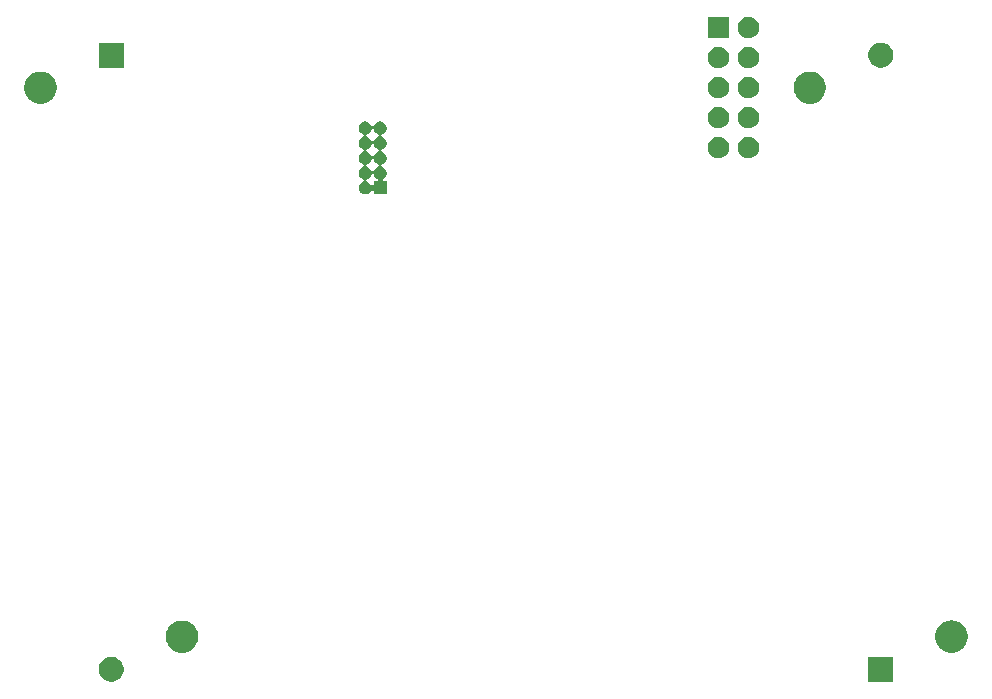
<source format=gbr>
G04 #@! TF.GenerationSoftware,KiCad,Pcbnew,(5.1.5)-3*
G04 #@! TF.CreationDate,2021-02-14T15:22:36-08:00*
G04 #@! TF.ProjectId,tree,74726565-2e6b-4696-9361-645f70636258,rev?*
G04 #@! TF.SameCoordinates,Original*
G04 #@! TF.FileFunction,Soldermask,Bot*
G04 #@! TF.FilePolarity,Negative*
%FSLAX46Y46*%
G04 Gerber Fmt 4.6, Leading zero omitted, Abs format (unit mm)*
G04 Created by KiCad (PCBNEW (5.1.5)-3) date 2021-02-14 15:22:36*
%MOMM*%
%LPD*%
G04 APERTURE LIST*
%ADD10C,0.100000*%
G04 APERTURE END LIST*
D10*
G36*
X159981564Y-125379389D02*
G01*
X160172833Y-125458615D01*
X160172835Y-125458616D01*
X160344973Y-125573635D01*
X160491365Y-125720027D01*
X160606385Y-125892167D01*
X160685611Y-126083436D01*
X160726000Y-126286484D01*
X160726000Y-126493516D01*
X160685611Y-126696564D01*
X160606385Y-126887833D01*
X160606384Y-126887835D01*
X160491365Y-127059973D01*
X160344973Y-127206365D01*
X160172835Y-127321384D01*
X160172834Y-127321385D01*
X160172833Y-127321385D01*
X159981564Y-127400611D01*
X159778516Y-127441000D01*
X159571484Y-127441000D01*
X159368436Y-127400611D01*
X159177167Y-127321385D01*
X159177166Y-127321385D01*
X159177165Y-127321384D01*
X159005027Y-127206365D01*
X158858635Y-127059973D01*
X158743616Y-126887835D01*
X158743615Y-126887833D01*
X158664389Y-126696564D01*
X158624000Y-126493516D01*
X158624000Y-126286484D01*
X158664389Y-126083436D01*
X158743615Y-125892167D01*
X158858635Y-125720027D01*
X159005027Y-125573635D01*
X159177165Y-125458616D01*
X159177167Y-125458615D01*
X159368436Y-125379389D01*
X159571484Y-125339000D01*
X159778516Y-125339000D01*
X159981564Y-125379389D01*
G37*
G36*
X225876000Y-127426000D02*
G01*
X223774000Y-127426000D01*
X223774000Y-125324000D01*
X225876000Y-125324000D01*
X225876000Y-127426000D01*
G37*
G36*
X165842724Y-122266497D02*
G01*
X166069906Y-122311686D01*
X166319412Y-122415035D01*
X166543962Y-122565075D01*
X166734925Y-122756038D01*
X166884965Y-122980588D01*
X166988314Y-123230094D01*
X167033503Y-123457276D01*
X167040006Y-123489968D01*
X167041000Y-123494968D01*
X167041000Y-123765032D01*
X166988314Y-124029906D01*
X166884965Y-124279412D01*
X166734925Y-124503962D01*
X166543962Y-124694925D01*
X166319412Y-124844965D01*
X166069906Y-124948314D01*
X165842724Y-124993503D01*
X165805033Y-125001000D01*
X165534967Y-125001000D01*
X165497276Y-124993503D01*
X165270094Y-124948314D01*
X165020588Y-124844965D01*
X164796038Y-124694925D01*
X164605075Y-124503962D01*
X164455035Y-124279412D01*
X164351686Y-124029906D01*
X164299000Y-123765032D01*
X164299000Y-123494968D01*
X164299995Y-123489968D01*
X164306497Y-123457276D01*
X164351686Y-123230094D01*
X164455035Y-122980588D01*
X164605075Y-122756038D01*
X164796038Y-122565075D01*
X165020588Y-122415035D01*
X165270094Y-122311686D01*
X165497276Y-122266497D01*
X165534967Y-122259000D01*
X165805033Y-122259000D01*
X165842724Y-122266497D01*
G37*
G36*
X230980169Y-122259000D02*
G01*
X231219906Y-122306686D01*
X231469412Y-122410035D01*
X231693962Y-122560075D01*
X231884925Y-122751038D01*
X232034965Y-122975588D01*
X232138314Y-123225094D01*
X232183503Y-123452276D01*
X232191000Y-123489967D01*
X232191000Y-123760033D01*
X232190005Y-123765033D01*
X232138314Y-124024906D01*
X232034965Y-124274412D01*
X231884925Y-124498962D01*
X231693962Y-124689925D01*
X231469412Y-124839965D01*
X231219906Y-124943314D01*
X230992724Y-124988503D01*
X230955033Y-124996000D01*
X230684967Y-124996000D01*
X230647276Y-124988503D01*
X230420094Y-124943314D01*
X230170588Y-124839965D01*
X229946038Y-124689925D01*
X229755075Y-124498962D01*
X229605035Y-124274412D01*
X229501686Y-124024906D01*
X229449995Y-123765033D01*
X229449000Y-123760033D01*
X229449000Y-123489967D01*
X229456497Y-123452276D01*
X229501686Y-123225094D01*
X229605035Y-122975588D01*
X229755075Y-122751038D01*
X229946038Y-122560075D01*
X230170588Y-122410035D01*
X230420094Y-122306686D01*
X230659831Y-122259000D01*
X230684967Y-122254000D01*
X230955033Y-122254000D01*
X230980169Y-122259000D01*
G37*
G36*
X181340721Y-80015174D02*
G01*
X181440995Y-80056709D01*
X181440996Y-80056710D01*
X181531242Y-80117010D01*
X181607990Y-80193758D01*
X181607991Y-80193760D01*
X181668291Y-80284005D01*
X181699516Y-80359389D01*
X181711067Y-80381000D01*
X181726612Y-80399941D01*
X181745554Y-80415487D01*
X181767165Y-80427038D01*
X181790614Y-80434151D01*
X181815000Y-80436553D01*
X181839386Y-80434151D01*
X181862835Y-80427038D01*
X181884446Y-80415487D01*
X181903387Y-80399942D01*
X181918933Y-80381000D01*
X181930484Y-80359389D01*
X181961709Y-80284005D01*
X182022009Y-80193760D01*
X182022010Y-80193758D01*
X182098758Y-80117010D01*
X182189004Y-80056710D01*
X182189005Y-80056709D01*
X182289279Y-80015174D01*
X182395730Y-79994000D01*
X182504270Y-79994000D01*
X182610721Y-80015174D01*
X182710995Y-80056709D01*
X182710996Y-80056710D01*
X182801242Y-80117010D01*
X182877990Y-80193758D01*
X182877991Y-80193760D01*
X182938291Y-80284005D01*
X182979826Y-80384279D01*
X183001000Y-80490730D01*
X183001000Y-80599270D01*
X182979826Y-80705721D01*
X182938291Y-80805995D01*
X182938290Y-80805996D01*
X182877990Y-80896242D01*
X182801242Y-80972990D01*
X182755812Y-81003345D01*
X182710995Y-81033291D01*
X182635611Y-81064516D01*
X182614000Y-81076067D01*
X182595059Y-81091612D01*
X182579513Y-81110554D01*
X182567962Y-81132165D01*
X182560849Y-81155614D01*
X182558447Y-81180000D01*
X182560849Y-81204386D01*
X182567962Y-81227835D01*
X182579513Y-81249446D01*
X182595058Y-81268387D01*
X182614000Y-81283933D01*
X182635611Y-81295484D01*
X182710995Y-81326709D01*
X182710996Y-81326710D01*
X182801242Y-81387010D01*
X182877990Y-81463758D01*
X182877991Y-81463760D01*
X182938291Y-81554005D01*
X182979826Y-81654279D01*
X183001000Y-81760730D01*
X183001000Y-81869270D01*
X182979826Y-81975721D01*
X182938291Y-82075995D01*
X182938290Y-82075996D01*
X182877990Y-82166242D01*
X182801242Y-82242990D01*
X182755812Y-82273345D01*
X182710995Y-82303291D01*
X182635611Y-82334516D01*
X182614000Y-82346067D01*
X182595059Y-82361612D01*
X182579513Y-82380554D01*
X182567962Y-82402165D01*
X182560849Y-82425614D01*
X182558447Y-82450000D01*
X182560849Y-82474386D01*
X182567962Y-82497835D01*
X182579513Y-82519446D01*
X182595058Y-82538387D01*
X182614000Y-82553933D01*
X182635611Y-82565484D01*
X182710995Y-82596709D01*
X182710996Y-82596710D01*
X182801242Y-82657010D01*
X182877990Y-82733758D01*
X182877991Y-82733760D01*
X182938291Y-82824005D01*
X182979826Y-82924279D01*
X183001000Y-83030730D01*
X183001000Y-83139270D01*
X182979826Y-83245721D01*
X182938291Y-83345995D01*
X182938290Y-83345996D01*
X182877990Y-83436242D01*
X182801242Y-83512990D01*
X182755812Y-83543345D01*
X182710995Y-83573291D01*
X182635611Y-83604516D01*
X182614000Y-83616067D01*
X182595059Y-83631612D01*
X182579513Y-83650554D01*
X182567962Y-83672165D01*
X182560849Y-83695614D01*
X182558447Y-83720000D01*
X182560849Y-83744386D01*
X182567962Y-83767835D01*
X182579513Y-83789446D01*
X182595058Y-83808387D01*
X182614000Y-83823933D01*
X182635611Y-83835484D01*
X182710995Y-83866709D01*
X182710996Y-83866710D01*
X182801242Y-83927010D01*
X182877990Y-84003758D01*
X182877991Y-84003760D01*
X182938291Y-84094005D01*
X182979826Y-84194279D01*
X183001000Y-84300730D01*
X183001000Y-84409270D01*
X182979826Y-84515721D01*
X182938291Y-84615995D01*
X182938290Y-84615996D01*
X182877990Y-84706242D01*
X182801242Y-84782990D01*
X182769816Y-84803988D01*
X182708336Y-84845068D01*
X182689394Y-84860614D01*
X182673849Y-84879556D01*
X182662298Y-84901167D01*
X182655185Y-84924615D01*
X182652783Y-84949002D01*
X182655185Y-84973388D01*
X182662298Y-84996837D01*
X182673849Y-85018447D01*
X182689395Y-85037389D01*
X182708337Y-85052934D01*
X182729948Y-85064485D01*
X182753396Y-85071598D01*
X182777782Y-85074000D01*
X183001000Y-85074000D01*
X183001000Y-86176000D01*
X181899000Y-86176000D01*
X181899000Y-85952782D01*
X181896598Y-85928396D01*
X181889485Y-85904947D01*
X181877934Y-85883336D01*
X181862389Y-85864394D01*
X181843447Y-85848849D01*
X181821836Y-85837298D01*
X181798387Y-85830185D01*
X181774001Y-85827783D01*
X181749615Y-85830185D01*
X181726166Y-85837298D01*
X181704555Y-85848849D01*
X181685613Y-85864394D01*
X181670068Y-85883336D01*
X181628988Y-85944816D01*
X181607990Y-85976242D01*
X181531242Y-86052990D01*
X181485812Y-86083345D01*
X181440995Y-86113291D01*
X181340721Y-86154826D01*
X181234270Y-86176000D01*
X181125730Y-86176000D01*
X181019279Y-86154826D01*
X180919005Y-86113291D01*
X180874188Y-86083345D01*
X180828758Y-86052990D01*
X180752010Y-85976242D01*
X180720041Y-85928396D01*
X180691709Y-85885995D01*
X180650174Y-85785721D01*
X180629000Y-85679270D01*
X180629000Y-85570730D01*
X180650174Y-85464279D01*
X180691709Y-85364005D01*
X180752009Y-85273760D01*
X180752010Y-85273758D01*
X180828758Y-85197010D01*
X180919004Y-85136710D01*
X180919005Y-85136709D01*
X180994389Y-85105484D01*
X181016000Y-85093933D01*
X181034941Y-85078388D01*
X181050487Y-85059446D01*
X181062038Y-85037835D01*
X181069151Y-85014386D01*
X181071553Y-84990000D01*
X181288447Y-84990000D01*
X181290849Y-85014386D01*
X181297962Y-85037835D01*
X181309513Y-85059446D01*
X181325058Y-85078387D01*
X181344000Y-85093933D01*
X181365611Y-85105484D01*
X181440995Y-85136709D01*
X181440996Y-85136710D01*
X181531242Y-85197010D01*
X181607990Y-85273758D01*
X181607991Y-85273760D01*
X181670068Y-85366664D01*
X181685614Y-85385606D01*
X181704556Y-85401151D01*
X181726167Y-85412702D01*
X181749615Y-85419815D01*
X181774002Y-85422217D01*
X181798388Y-85419815D01*
X181821837Y-85412702D01*
X181843447Y-85401151D01*
X181862389Y-85385605D01*
X181877934Y-85366663D01*
X181889485Y-85345052D01*
X181896598Y-85321604D01*
X181899000Y-85297218D01*
X181899000Y-85074000D01*
X182122218Y-85074000D01*
X182146604Y-85071598D01*
X182170053Y-85064485D01*
X182191664Y-85052934D01*
X182210606Y-85037389D01*
X182226151Y-85018447D01*
X182237702Y-84996836D01*
X182244815Y-84973387D01*
X182247217Y-84949001D01*
X182244815Y-84924615D01*
X182237702Y-84901166D01*
X182226151Y-84879555D01*
X182210606Y-84860613D01*
X182191664Y-84845068D01*
X182130184Y-84803988D01*
X182098758Y-84782990D01*
X182022010Y-84706242D01*
X181961710Y-84615996D01*
X181961709Y-84615995D01*
X181930484Y-84540611D01*
X181918933Y-84519000D01*
X181903388Y-84500059D01*
X181884446Y-84484513D01*
X181862835Y-84472962D01*
X181839386Y-84465849D01*
X181815000Y-84463447D01*
X181790614Y-84465849D01*
X181767165Y-84472962D01*
X181745554Y-84484513D01*
X181726613Y-84500058D01*
X181711067Y-84519000D01*
X181699516Y-84540611D01*
X181668291Y-84615995D01*
X181668290Y-84615996D01*
X181607990Y-84706242D01*
X181531242Y-84782990D01*
X181485812Y-84813345D01*
X181440995Y-84843291D01*
X181365611Y-84874516D01*
X181344000Y-84886067D01*
X181325059Y-84901612D01*
X181309513Y-84920554D01*
X181297962Y-84942165D01*
X181290849Y-84965614D01*
X181288447Y-84990000D01*
X181071553Y-84990000D01*
X181069151Y-84965614D01*
X181062038Y-84942165D01*
X181050487Y-84920554D01*
X181034942Y-84901613D01*
X181016000Y-84886067D01*
X180994389Y-84874516D01*
X180919005Y-84843291D01*
X180874188Y-84813345D01*
X180828758Y-84782990D01*
X180752010Y-84706242D01*
X180691710Y-84615996D01*
X180691709Y-84615995D01*
X180650174Y-84515721D01*
X180629000Y-84409270D01*
X180629000Y-84300730D01*
X180650174Y-84194279D01*
X180691709Y-84094005D01*
X180752009Y-84003760D01*
X180752010Y-84003758D01*
X180828758Y-83927010D01*
X180919004Y-83866710D01*
X180919005Y-83866709D01*
X180994389Y-83835484D01*
X181016000Y-83823933D01*
X181034941Y-83808388D01*
X181050487Y-83789446D01*
X181062038Y-83767835D01*
X181069151Y-83744386D01*
X181071553Y-83720000D01*
X181288447Y-83720000D01*
X181290849Y-83744386D01*
X181297962Y-83767835D01*
X181309513Y-83789446D01*
X181325058Y-83808387D01*
X181344000Y-83823933D01*
X181365611Y-83835484D01*
X181440995Y-83866709D01*
X181440996Y-83866710D01*
X181531242Y-83927010D01*
X181607990Y-84003758D01*
X181607991Y-84003760D01*
X181668291Y-84094005D01*
X181699516Y-84169389D01*
X181711067Y-84191000D01*
X181726612Y-84209941D01*
X181745554Y-84225487D01*
X181767165Y-84237038D01*
X181790614Y-84244151D01*
X181815000Y-84246553D01*
X181839386Y-84244151D01*
X181862835Y-84237038D01*
X181884446Y-84225487D01*
X181903387Y-84209942D01*
X181918933Y-84191000D01*
X181930484Y-84169389D01*
X181961709Y-84094005D01*
X182022009Y-84003760D01*
X182022010Y-84003758D01*
X182098758Y-83927010D01*
X182189004Y-83866710D01*
X182189005Y-83866709D01*
X182264389Y-83835484D01*
X182286000Y-83823933D01*
X182304941Y-83808388D01*
X182320487Y-83789446D01*
X182332038Y-83767835D01*
X182339151Y-83744386D01*
X182341553Y-83720000D01*
X182339151Y-83695614D01*
X182332038Y-83672165D01*
X182320487Y-83650554D01*
X182304942Y-83631613D01*
X182286000Y-83616067D01*
X182264389Y-83604516D01*
X182189005Y-83573291D01*
X182144188Y-83543345D01*
X182098758Y-83512990D01*
X182022010Y-83436242D01*
X181961710Y-83345996D01*
X181961709Y-83345995D01*
X181930484Y-83270611D01*
X181918933Y-83249000D01*
X181903388Y-83230059D01*
X181884446Y-83214513D01*
X181862835Y-83202962D01*
X181839386Y-83195849D01*
X181815000Y-83193447D01*
X181790614Y-83195849D01*
X181767165Y-83202962D01*
X181745554Y-83214513D01*
X181726613Y-83230058D01*
X181711067Y-83249000D01*
X181699516Y-83270611D01*
X181668291Y-83345995D01*
X181668290Y-83345996D01*
X181607990Y-83436242D01*
X181531242Y-83512990D01*
X181485812Y-83543345D01*
X181440995Y-83573291D01*
X181365611Y-83604516D01*
X181344000Y-83616067D01*
X181325059Y-83631612D01*
X181309513Y-83650554D01*
X181297962Y-83672165D01*
X181290849Y-83695614D01*
X181288447Y-83720000D01*
X181071553Y-83720000D01*
X181069151Y-83695614D01*
X181062038Y-83672165D01*
X181050487Y-83650554D01*
X181034942Y-83631613D01*
X181016000Y-83616067D01*
X180994389Y-83604516D01*
X180919005Y-83573291D01*
X180874188Y-83543345D01*
X180828758Y-83512990D01*
X180752010Y-83436242D01*
X180691710Y-83345996D01*
X180691709Y-83345995D01*
X180650174Y-83245721D01*
X180629000Y-83139270D01*
X180629000Y-83030730D01*
X180650174Y-82924279D01*
X180691709Y-82824005D01*
X180752009Y-82733760D01*
X180752010Y-82733758D01*
X180828758Y-82657010D01*
X180919004Y-82596710D01*
X180919005Y-82596709D01*
X180994389Y-82565484D01*
X181016000Y-82553933D01*
X181034941Y-82538388D01*
X181050487Y-82519446D01*
X181062038Y-82497835D01*
X181069151Y-82474386D01*
X181071553Y-82450000D01*
X181288447Y-82450000D01*
X181290849Y-82474386D01*
X181297962Y-82497835D01*
X181309513Y-82519446D01*
X181325058Y-82538387D01*
X181344000Y-82553933D01*
X181365611Y-82565484D01*
X181440995Y-82596709D01*
X181440996Y-82596710D01*
X181531242Y-82657010D01*
X181607990Y-82733758D01*
X181607991Y-82733760D01*
X181668291Y-82824005D01*
X181699516Y-82899389D01*
X181711067Y-82921000D01*
X181726612Y-82939941D01*
X181745554Y-82955487D01*
X181767165Y-82967038D01*
X181790614Y-82974151D01*
X181815000Y-82976553D01*
X181839386Y-82974151D01*
X181862835Y-82967038D01*
X181884446Y-82955487D01*
X181903387Y-82939942D01*
X181918933Y-82921000D01*
X181930484Y-82899389D01*
X181961709Y-82824005D01*
X182022009Y-82733760D01*
X182022010Y-82733758D01*
X182098758Y-82657010D01*
X182189004Y-82596710D01*
X182189005Y-82596709D01*
X182264389Y-82565484D01*
X182286000Y-82553933D01*
X182304941Y-82538388D01*
X182320487Y-82519446D01*
X182332038Y-82497835D01*
X182339151Y-82474386D01*
X182341553Y-82450000D01*
X182339151Y-82425614D01*
X182332038Y-82402165D01*
X182320487Y-82380554D01*
X182304942Y-82361613D01*
X182286000Y-82346067D01*
X182264389Y-82334516D01*
X182189005Y-82303291D01*
X182144188Y-82273345D01*
X182098758Y-82242990D01*
X182022010Y-82166242D01*
X181961710Y-82075996D01*
X181961709Y-82075995D01*
X181930484Y-82000611D01*
X181918933Y-81979000D01*
X181903388Y-81960059D01*
X181884446Y-81944513D01*
X181862835Y-81932962D01*
X181839386Y-81925849D01*
X181815000Y-81923447D01*
X181790614Y-81925849D01*
X181767165Y-81932962D01*
X181745554Y-81944513D01*
X181726613Y-81960058D01*
X181711067Y-81979000D01*
X181699516Y-82000611D01*
X181668291Y-82075995D01*
X181668290Y-82075996D01*
X181607990Y-82166242D01*
X181531242Y-82242990D01*
X181485812Y-82273345D01*
X181440995Y-82303291D01*
X181365611Y-82334516D01*
X181344000Y-82346067D01*
X181325059Y-82361612D01*
X181309513Y-82380554D01*
X181297962Y-82402165D01*
X181290849Y-82425614D01*
X181288447Y-82450000D01*
X181071553Y-82450000D01*
X181069151Y-82425614D01*
X181062038Y-82402165D01*
X181050487Y-82380554D01*
X181034942Y-82361613D01*
X181016000Y-82346067D01*
X180994389Y-82334516D01*
X180919005Y-82303291D01*
X180874188Y-82273345D01*
X180828758Y-82242990D01*
X180752010Y-82166242D01*
X180691710Y-82075996D01*
X180691709Y-82075995D01*
X180650174Y-81975721D01*
X180629000Y-81869270D01*
X180629000Y-81760730D01*
X180650174Y-81654279D01*
X180691709Y-81554005D01*
X180752009Y-81463760D01*
X180752010Y-81463758D01*
X180828758Y-81387010D01*
X180919004Y-81326710D01*
X180919005Y-81326709D01*
X180994389Y-81295484D01*
X181016000Y-81283933D01*
X181034941Y-81268388D01*
X181050487Y-81249446D01*
X181062038Y-81227835D01*
X181069151Y-81204386D01*
X181071553Y-81180000D01*
X181288447Y-81180000D01*
X181290849Y-81204386D01*
X181297962Y-81227835D01*
X181309513Y-81249446D01*
X181325058Y-81268387D01*
X181344000Y-81283933D01*
X181365611Y-81295484D01*
X181440995Y-81326709D01*
X181440996Y-81326710D01*
X181531242Y-81387010D01*
X181607990Y-81463758D01*
X181607991Y-81463760D01*
X181668291Y-81554005D01*
X181699516Y-81629389D01*
X181711067Y-81651000D01*
X181726612Y-81669941D01*
X181745554Y-81685487D01*
X181767165Y-81697038D01*
X181790614Y-81704151D01*
X181815000Y-81706553D01*
X181839386Y-81704151D01*
X181862835Y-81697038D01*
X181884446Y-81685487D01*
X181903387Y-81669942D01*
X181918933Y-81651000D01*
X181930484Y-81629389D01*
X181961709Y-81554005D01*
X182022009Y-81463760D01*
X182022010Y-81463758D01*
X182098758Y-81387010D01*
X182189004Y-81326710D01*
X182189005Y-81326709D01*
X182264389Y-81295484D01*
X182286000Y-81283933D01*
X182304941Y-81268388D01*
X182320487Y-81249446D01*
X182332038Y-81227835D01*
X182339151Y-81204386D01*
X182341553Y-81180000D01*
X182339151Y-81155614D01*
X182332038Y-81132165D01*
X182320487Y-81110554D01*
X182304942Y-81091613D01*
X182286000Y-81076067D01*
X182264389Y-81064516D01*
X182189005Y-81033291D01*
X182144188Y-81003345D01*
X182098758Y-80972990D01*
X182022010Y-80896242D01*
X181961710Y-80805996D01*
X181961709Y-80805995D01*
X181930484Y-80730611D01*
X181918933Y-80709000D01*
X181903388Y-80690059D01*
X181884446Y-80674513D01*
X181862835Y-80662962D01*
X181839386Y-80655849D01*
X181815000Y-80653447D01*
X181790614Y-80655849D01*
X181767165Y-80662962D01*
X181745554Y-80674513D01*
X181726613Y-80690058D01*
X181711067Y-80709000D01*
X181699516Y-80730611D01*
X181668291Y-80805995D01*
X181668290Y-80805996D01*
X181607990Y-80896242D01*
X181531242Y-80972990D01*
X181485812Y-81003345D01*
X181440995Y-81033291D01*
X181365611Y-81064516D01*
X181344000Y-81076067D01*
X181325059Y-81091612D01*
X181309513Y-81110554D01*
X181297962Y-81132165D01*
X181290849Y-81155614D01*
X181288447Y-81180000D01*
X181071553Y-81180000D01*
X181069151Y-81155614D01*
X181062038Y-81132165D01*
X181050487Y-81110554D01*
X181034942Y-81091613D01*
X181016000Y-81076067D01*
X180994389Y-81064516D01*
X180919005Y-81033291D01*
X180874188Y-81003345D01*
X180828758Y-80972990D01*
X180752010Y-80896242D01*
X180691710Y-80805996D01*
X180691709Y-80805995D01*
X180650174Y-80705721D01*
X180629000Y-80599270D01*
X180629000Y-80490730D01*
X180650174Y-80384279D01*
X180691709Y-80284005D01*
X180752009Y-80193760D01*
X180752010Y-80193758D01*
X180828758Y-80117010D01*
X180919004Y-80056710D01*
X180919005Y-80056709D01*
X181019279Y-80015174D01*
X181125730Y-79994000D01*
X181234270Y-79994000D01*
X181340721Y-80015174D01*
G37*
G36*
X211188512Y-81313927D02*
G01*
X211337812Y-81343624D01*
X211501784Y-81411544D01*
X211649354Y-81510147D01*
X211774853Y-81635646D01*
X211873456Y-81783216D01*
X211941376Y-81947188D01*
X211976000Y-82121259D01*
X211976000Y-82298741D01*
X211941376Y-82472812D01*
X211873456Y-82636784D01*
X211774853Y-82784354D01*
X211649354Y-82909853D01*
X211501784Y-83008456D01*
X211337812Y-83076376D01*
X211188512Y-83106073D01*
X211163742Y-83111000D01*
X210986258Y-83111000D01*
X210961488Y-83106073D01*
X210812188Y-83076376D01*
X210648216Y-83008456D01*
X210500646Y-82909853D01*
X210375147Y-82784354D01*
X210276544Y-82636784D01*
X210208624Y-82472812D01*
X210174000Y-82298741D01*
X210174000Y-82121259D01*
X210208624Y-81947188D01*
X210276544Y-81783216D01*
X210375147Y-81635646D01*
X210500646Y-81510147D01*
X210648216Y-81411544D01*
X210812188Y-81343624D01*
X210961488Y-81313927D01*
X210986258Y-81309000D01*
X211163742Y-81309000D01*
X211188512Y-81313927D01*
G37*
G36*
X213728512Y-81313927D02*
G01*
X213877812Y-81343624D01*
X214041784Y-81411544D01*
X214189354Y-81510147D01*
X214314853Y-81635646D01*
X214413456Y-81783216D01*
X214481376Y-81947188D01*
X214516000Y-82121259D01*
X214516000Y-82298741D01*
X214481376Y-82472812D01*
X214413456Y-82636784D01*
X214314853Y-82784354D01*
X214189354Y-82909853D01*
X214041784Y-83008456D01*
X213877812Y-83076376D01*
X213728512Y-83106073D01*
X213703742Y-83111000D01*
X213526258Y-83111000D01*
X213501488Y-83106073D01*
X213352188Y-83076376D01*
X213188216Y-83008456D01*
X213040646Y-82909853D01*
X212915147Y-82784354D01*
X212816544Y-82636784D01*
X212748624Y-82472812D01*
X212714000Y-82298741D01*
X212714000Y-82121259D01*
X212748624Y-81947188D01*
X212816544Y-81783216D01*
X212915147Y-81635646D01*
X213040646Y-81510147D01*
X213188216Y-81411544D01*
X213352188Y-81343624D01*
X213501488Y-81313927D01*
X213526258Y-81309000D01*
X213703742Y-81309000D01*
X213728512Y-81313927D01*
G37*
G36*
X213728512Y-78773927D02*
G01*
X213877812Y-78803624D01*
X214041784Y-78871544D01*
X214189354Y-78970147D01*
X214314853Y-79095646D01*
X214413456Y-79243216D01*
X214481376Y-79407188D01*
X214516000Y-79581259D01*
X214516000Y-79758741D01*
X214481376Y-79932812D01*
X214413456Y-80096784D01*
X214314853Y-80244354D01*
X214189354Y-80369853D01*
X214041784Y-80468456D01*
X213877812Y-80536376D01*
X213728512Y-80566073D01*
X213703742Y-80571000D01*
X213526258Y-80571000D01*
X213501488Y-80566073D01*
X213352188Y-80536376D01*
X213188216Y-80468456D01*
X213040646Y-80369853D01*
X212915147Y-80244354D01*
X212816544Y-80096784D01*
X212748624Y-79932812D01*
X212714000Y-79758741D01*
X212714000Y-79581259D01*
X212748624Y-79407188D01*
X212816544Y-79243216D01*
X212915147Y-79095646D01*
X213040646Y-78970147D01*
X213188216Y-78871544D01*
X213352188Y-78803624D01*
X213501488Y-78773927D01*
X213526258Y-78769000D01*
X213703742Y-78769000D01*
X213728512Y-78773927D01*
G37*
G36*
X211188512Y-78773927D02*
G01*
X211337812Y-78803624D01*
X211501784Y-78871544D01*
X211649354Y-78970147D01*
X211774853Y-79095646D01*
X211873456Y-79243216D01*
X211941376Y-79407188D01*
X211976000Y-79581259D01*
X211976000Y-79758741D01*
X211941376Y-79932812D01*
X211873456Y-80096784D01*
X211774853Y-80244354D01*
X211649354Y-80369853D01*
X211501784Y-80468456D01*
X211337812Y-80536376D01*
X211188512Y-80566073D01*
X211163742Y-80571000D01*
X210986258Y-80571000D01*
X210961488Y-80566073D01*
X210812188Y-80536376D01*
X210648216Y-80468456D01*
X210500646Y-80369853D01*
X210375147Y-80244354D01*
X210276544Y-80096784D01*
X210208624Y-79932812D01*
X210174000Y-79758741D01*
X210174000Y-79581259D01*
X210208624Y-79407188D01*
X210276544Y-79243216D01*
X210375147Y-79095646D01*
X210500646Y-78970147D01*
X210648216Y-78871544D01*
X210812188Y-78803624D01*
X210961488Y-78773927D01*
X210986258Y-78769000D01*
X211163742Y-78769000D01*
X211188512Y-78773927D01*
G37*
G36*
X153852724Y-75786497D02*
G01*
X154079906Y-75831686D01*
X154329412Y-75935035D01*
X154553962Y-76085075D01*
X154744925Y-76276038D01*
X154894965Y-76500588D01*
X154998314Y-76750094D01*
X155021605Y-76867188D01*
X155050006Y-77009968D01*
X155051000Y-77014968D01*
X155051000Y-77285032D01*
X154998314Y-77549906D01*
X154894965Y-77799412D01*
X154744925Y-78023962D01*
X154553962Y-78214925D01*
X154329412Y-78364965D01*
X154079906Y-78468314D01*
X153852724Y-78513503D01*
X153815033Y-78521000D01*
X153544967Y-78521000D01*
X153507276Y-78513503D01*
X153280094Y-78468314D01*
X153030588Y-78364965D01*
X152806038Y-78214925D01*
X152615075Y-78023962D01*
X152465035Y-77799412D01*
X152361686Y-77549906D01*
X152309000Y-77285032D01*
X152309000Y-77014968D01*
X152309995Y-77009968D01*
X152338395Y-76867188D01*
X152361686Y-76750094D01*
X152465035Y-76500588D01*
X152615075Y-76276038D01*
X152806038Y-76085075D01*
X153030588Y-75935035D01*
X153280094Y-75831686D01*
X153507276Y-75786497D01*
X153544967Y-75779000D01*
X153815033Y-75779000D01*
X153852724Y-75786497D01*
G37*
G36*
X218990169Y-75779000D02*
G01*
X219229906Y-75826686D01*
X219479412Y-75930035D01*
X219703962Y-76080075D01*
X219894925Y-76271038D01*
X220044965Y-76495588D01*
X220148314Y-76745094D01*
X220193503Y-76972276D01*
X220201000Y-77009967D01*
X220201000Y-77280033D01*
X220200005Y-77285033D01*
X220148314Y-77544906D01*
X220044965Y-77794412D01*
X219894925Y-78018962D01*
X219703962Y-78209925D01*
X219479412Y-78359965D01*
X219229906Y-78463314D01*
X219002724Y-78508503D01*
X218965033Y-78516000D01*
X218694967Y-78516000D01*
X218657276Y-78508503D01*
X218430094Y-78463314D01*
X218180588Y-78359965D01*
X217956038Y-78209925D01*
X217765075Y-78018962D01*
X217615035Y-77794412D01*
X217511686Y-77544906D01*
X217459995Y-77285033D01*
X217459000Y-77280033D01*
X217459000Y-77009967D01*
X217466497Y-76972276D01*
X217511686Y-76745094D01*
X217615035Y-76495588D01*
X217765075Y-76271038D01*
X217956038Y-76080075D01*
X218180588Y-75930035D01*
X218430094Y-75826686D01*
X218669831Y-75779000D01*
X218694967Y-75774000D01*
X218965033Y-75774000D01*
X218990169Y-75779000D01*
G37*
G36*
X213728512Y-76233927D02*
G01*
X213877812Y-76263624D01*
X214041784Y-76331544D01*
X214189354Y-76430147D01*
X214314853Y-76555646D01*
X214413456Y-76703216D01*
X214481376Y-76867188D01*
X214516000Y-77041259D01*
X214516000Y-77218741D01*
X214481376Y-77392812D01*
X214413456Y-77556784D01*
X214314853Y-77704354D01*
X214189354Y-77829853D01*
X214041784Y-77928456D01*
X213877812Y-77996376D01*
X213739139Y-78023959D01*
X213703742Y-78031000D01*
X213526258Y-78031000D01*
X213490861Y-78023959D01*
X213352188Y-77996376D01*
X213188216Y-77928456D01*
X213040646Y-77829853D01*
X212915147Y-77704354D01*
X212816544Y-77556784D01*
X212748624Y-77392812D01*
X212714000Y-77218741D01*
X212714000Y-77041259D01*
X212748624Y-76867188D01*
X212816544Y-76703216D01*
X212915147Y-76555646D01*
X213040646Y-76430147D01*
X213188216Y-76331544D01*
X213352188Y-76263624D01*
X213501488Y-76233927D01*
X213526258Y-76229000D01*
X213703742Y-76229000D01*
X213728512Y-76233927D01*
G37*
G36*
X211188512Y-76233927D02*
G01*
X211337812Y-76263624D01*
X211501784Y-76331544D01*
X211649354Y-76430147D01*
X211774853Y-76555646D01*
X211873456Y-76703216D01*
X211941376Y-76867188D01*
X211976000Y-77041259D01*
X211976000Y-77218741D01*
X211941376Y-77392812D01*
X211873456Y-77556784D01*
X211774853Y-77704354D01*
X211649354Y-77829853D01*
X211501784Y-77928456D01*
X211337812Y-77996376D01*
X211199139Y-78023959D01*
X211163742Y-78031000D01*
X210986258Y-78031000D01*
X210950861Y-78023959D01*
X210812188Y-77996376D01*
X210648216Y-77928456D01*
X210500646Y-77829853D01*
X210375147Y-77704354D01*
X210276544Y-77556784D01*
X210208624Y-77392812D01*
X210174000Y-77218741D01*
X210174000Y-77041259D01*
X210208624Y-76867188D01*
X210276544Y-76703216D01*
X210375147Y-76555646D01*
X210500646Y-76430147D01*
X210648216Y-76331544D01*
X210812188Y-76263624D01*
X210961488Y-76233927D01*
X210986258Y-76229000D01*
X211163742Y-76229000D01*
X211188512Y-76233927D01*
G37*
G36*
X213728512Y-73693927D02*
G01*
X213877812Y-73723624D01*
X214041784Y-73791544D01*
X214189354Y-73890147D01*
X214314853Y-74015646D01*
X214413456Y-74163216D01*
X214481376Y-74327188D01*
X214511073Y-74476488D01*
X214516000Y-74501258D01*
X214516000Y-74678742D01*
X214513449Y-74691565D01*
X214481376Y-74852812D01*
X214413456Y-75016784D01*
X214314853Y-75164354D01*
X214189354Y-75289853D01*
X214041784Y-75388456D01*
X213877812Y-75456376D01*
X213728512Y-75486073D01*
X213703742Y-75491000D01*
X213526258Y-75491000D01*
X213501488Y-75486073D01*
X213352188Y-75456376D01*
X213188216Y-75388456D01*
X213040646Y-75289853D01*
X212915147Y-75164354D01*
X212816544Y-75016784D01*
X212748624Y-74852812D01*
X212716551Y-74691565D01*
X212714000Y-74678742D01*
X212714000Y-74501258D01*
X212718927Y-74476488D01*
X212748624Y-74327188D01*
X212816544Y-74163216D01*
X212915147Y-74015646D01*
X213040646Y-73890147D01*
X213188216Y-73791544D01*
X213352188Y-73723624D01*
X213501488Y-73693927D01*
X213526258Y-73689000D01*
X213703742Y-73689000D01*
X213728512Y-73693927D01*
G37*
G36*
X211188512Y-73693927D02*
G01*
X211337812Y-73723624D01*
X211501784Y-73791544D01*
X211649354Y-73890147D01*
X211774853Y-74015646D01*
X211873456Y-74163216D01*
X211941376Y-74327188D01*
X211971073Y-74476488D01*
X211976000Y-74501258D01*
X211976000Y-74678742D01*
X211973449Y-74691565D01*
X211941376Y-74852812D01*
X211873456Y-75016784D01*
X211774853Y-75164354D01*
X211649354Y-75289853D01*
X211501784Y-75388456D01*
X211337812Y-75456376D01*
X211188512Y-75486073D01*
X211163742Y-75491000D01*
X210986258Y-75491000D01*
X210961488Y-75486073D01*
X210812188Y-75456376D01*
X210648216Y-75388456D01*
X210500646Y-75289853D01*
X210375147Y-75164354D01*
X210276544Y-75016784D01*
X210208624Y-74852812D01*
X210176551Y-74691565D01*
X210174000Y-74678742D01*
X210174000Y-74501258D01*
X210178927Y-74476488D01*
X210208624Y-74327188D01*
X210276544Y-74163216D01*
X210375147Y-74015646D01*
X210500646Y-73890147D01*
X210648216Y-73791544D01*
X210812188Y-73723624D01*
X210961488Y-73693927D01*
X210986258Y-73689000D01*
X211163742Y-73689000D01*
X211188512Y-73693927D01*
G37*
G36*
X160726000Y-75451000D02*
G01*
X158624000Y-75451000D01*
X158624000Y-73349000D01*
X160726000Y-73349000D01*
X160726000Y-75451000D01*
G37*
G36*
X225131564Y-73374389D02*
G01*
X225322833Y-73453615D01*
X225322835Y-73453616D01*
X225494973Y-73568635D01*
X225641365Y-73715027D01*
X225756385Y-73887167D01*
X225835611Y-74078436D01*
X225876000Y-74281484D01*
X225876000Y-74488516D01*
X225835611Y-74691564D01*
X225768820Y-74852811D01*
X225756384Y-74882835D01*
X225641365Y-75054973D01*
X225494973Y-75201365D01*
X225322835Y-75316384D01*
X225322834Y-75316385D01*
X225322833Y-75316385D01*
X225131564Y-75395611D01*
X224928516Y-75436000D01*
X224721484Y-75436000D01*
X224518436Y-75395611D01*
X224327167Y-75316385D01*
X224327166Y-75316385D01*
X224327165Y-75316384D01*
X224155027Y-75201365D01*
X224008635Y-75054973D01*
X223893616Y-74882835D01*
X223881180Y-74852811D01*
X223814389Y-74691564D01*
X223774000Y-74488516D01*
X223774000Y-74281484D01*
X223814389Y-74078436D01*
X223893615Y-73887167D01*
X224008635Y-73715027D01*
X224155027Y-73568635D01*
X224327165Y-73453616D01*
X224327167Y-73453615D01*
X224518436Y-73374389D01*
X224721484Y-73334000D01*
X224928516Y-73334000D01*
X225131564Y-73374389D01*
G37*
G36*
X213728512Y-71153927D02*
G01*
X213877812Y-71183624D01*
X214041784Y-71251544D01*
X214189354Y-71350147D01*
X214314853Y-71475646D01*
X214413456Y-71623216D01*
X214481376Y-71787188D01*
X214516000Y-71961259D01*
X214516000Y-72138741D01*
X214481376Y-72312812D01*
X214413456Y-72476784D01*
X214314853Y-72624354D01*
X214189354Y-72749853D01*
X214041784Y-72848456D01*
X213877812Y-72916376D01*
X213728512Y-72946073D01*
X213703742Y-72951000D01*
X213526258Y-72951000D01*
X213501488Y-72946073D01*
X213352188Y-72916376D01*
X213188216Y-72848456D01*
X213040646Y-72749853D01*
X212915147Y-72624354D01*
X212816544Y-72476784D01*
X212748624Y-72312812D01*
X212714000Y-72138741D01*
X212714000Y-71961259D01*
X212748624Y-71787188D01*
X212816544Y-71623216D01*
X212915147Y-71475646D01*
X213040646Y-71350147D01*
X213188216Y-71251544D01*
X213352188Y-71183624D01*
X213501488Y-71153927D01*
X213526258Y-71149000D01*
X213703742Y-71149000D01*
X213728512Y-71153927D01*
G37*
G36*
X211976000Y-72951000D02*
G01*
X210174000Y-72951000D01*
X210174000Y-71149000D01*
X211976000Y-71149000D01*
X211976000Y-72951000D01*
G37*
M02*

</source>
